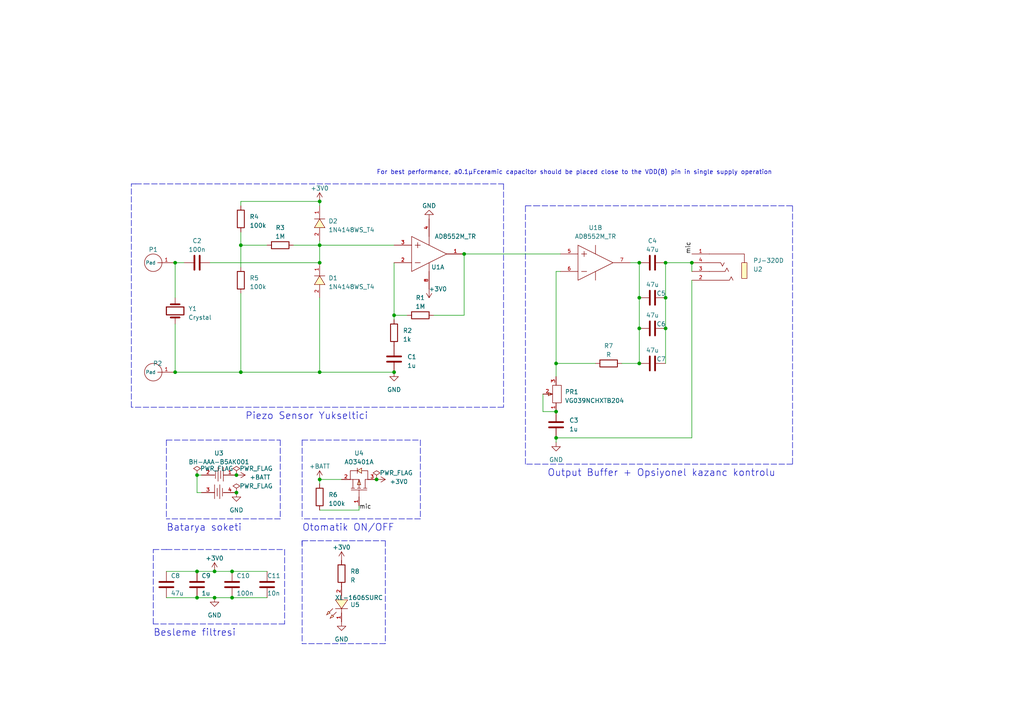
<source format=kicad_sch>
(kicad_sch (version 20230121) (generator eeschema)
  (paper "A4")
  (lib_symbols
    (symbol "1N4148WS_T4:1N4148WS_T4" (pin_names hide)
      (property "Reference" "D" (at 0 1.27 0))
      (property "Value" "1N4148WS_T4" (at 0 -2.54 0))
      (symbol "1N4148WS_T4_0_1"
        (polyline (pts (xy -1.27 -1.524) (xy -1.27 1.524)))
        (polyline (pts (xy 1.27 1.524) (xy -1.27 0) (xy 1.27 -1.524) (xy 1.27 1.524)) (fill (type background)))
        (pin unspecified line (at -5.08 0 0) (length 3.81) (name "K") (number "1"))
        (pin unspecified line (at 5.08 0 180) (length 3.81) (name "A") (number "2"))
      )
    )
    (symbol "AD8552M_TR:AD8552M_TR" (pin_names hide)
      (property "Reference" "U" (at 0 1.27 0))
      (property "Value" "AD8552M_TR" (at 0 -2.54 0))
      (symbol "AD8552M_TR_1_1"
        (polyline (pts (xy -4.064 -2.54) (xy -2.54 -2.54)))
        (polyline (pts (xy -4.064 2.54) (xy -2.54 2.54)))
        (polyline (pts (xy -3.302 -1.778) (xy -3.302 -3.302)))
        (polyline (pts (xy 0 -2.54) (xy 0 -5.08)))
        (polyline (pts (xy 0 5.08) (xy 0 2.54)))
        (polyline (pts (xy -5.08 -5.08) (xy 5.08 0) (xy -5.08 5.08) (xy -5.08 -5.08)))
        (pin output line (at 10.16 0 180) (length 5.08) (name "OUTA") (number "1"))
        (pin unspecified line (at -10.16 2.54 0) (length 5.08) (name "INA-") (number "2"))
        (pin unspecified line (at -10.16 -2.54 0) (length 5.08) (name "INA+") (number "3"))
        (pin power_in line (at 0 -10.16 90) (length 5.08) (name "VSS") (number "4"))
        (pin power_in line (at 0 10.16 270) (length 5.08) (name "VDD") (number "8"))
      )
      (symbol "AD8552M_TR_2_1"
        (polyline (pts (xy -4.064 -2.54) (xy -2.54 -2.54)))
        (polyline (pts (xy -4.064 2.54) (xy -2.54 2.54)))
        (polyline (pts (xy -3.302 -1.778) (xy -3.302 -3.302)))
        (polyline (pts (xy 0 -2.54) (xy 0 -5.08)))
        (polyline (pts (xy 0 5.08) (xy 0 2.54)))
        (polyline (pts (xy -5.08 -5.08) (xy 5.08 0) (xy -5.08 5.08) (xy -5.08 -5.08)))
        (pin unspecified line (at -10.16 -2.54 0) (length 5.08) (name "INB+") (number "5"))
        (pin unspecified line (at -10.16 2.54 0) (length 5.08) (name "INB-") (number "6"))
        (pin output line (at 10.16 0 180) (length 5.08) (name "OUTB") (number "7"))
      )
    )
    (symbol "AO3401A:AO3401A" (pin_names hide)
      (property "Reference" "U" (at 0 1.27 0))
      (property "Value" "AO3401A" (at 0 -2.54 0))
      (symbol "AO3401A_0_1"
        (polyline (pts (xy -2.54 0) (xy -0.508 0)))
        (polyline (pts (xy -0.508 2.286) (xy -0.508 -2.286)))
        (polyline (pts (xy 0 -2.286) (xy 0 -1.27)))
        (polyline (pts (xy 0 -0.508) (xy 0 0.508)))
        (polyline (pts (xy 0 1.27) (xy 0 2.286)))
        (polyline (pts (xy 2.54 -1.778) (xy 0 -1.778)))
        (polyline (pts (xy 2.54 1.778) (xy 0 1.778)))
        (polyline (pts (xy 0 0) (xy 2.54 0) (xy 2.54 -2.54)))
        (polyline (pts (xy 2.54 -2.54) (xy 5.08 -2.54) (xy 5.08 -0.508)))
        (polyline (pts (xy 2.54 0) (xy 1.016 0.508) (xy 1.016 -0.508) (xy 2.54 0)) (fill (type background)))
        (polyline (pts (xy 2.54 1.778) (xy 2.54 2.54) (xy 5.08 2.54) (xy 5.08 0.762)))
        (polyline (pts (xy 5.08 -0.508) (xy 5.842 0.762) (xy 4.318 0.762) (xy 5.08 -0.508)) (fill (type background)))
        (polyline (pts (xy 5.842 -0.508) (xy 5.588 -0.508) (xy 4.572 -0.508) (xy 4.318 -0.508)))
        (pin unspecified line (at -5.08 0 0) (length 2.54) (name "G") (number "1"))
        (pin unspecified line (at 2.54 -5.08 90) (length 2.54) (name "S") (number "2"))
        (pin unspecified line (at 2.54 5.08 270) (length 2.54) (name "D") (number "3"))
      )
    )
    (symbol "BH-AAA-B5AK001:BH-AAA-B5AK001" (pin_names hide)
      (property "Reference" "U" (at 0 1.27 0))
      (property "Value" "BH-AAA-B5AK001" (at 0 -2.54 0))
      (symbol "BH-AAA-B5AK001_0_1"
        (polyline (pts (xy -1.27 -0.254) (xy -1.27 -4.318)))
        (polyline (pts (xy -1.016 3.81) (xy -1.016 1.524)))
        (polyline (pts (xy -0.508 -1.27) (xy -0.508 -3.556)))
        (polyline (pts (xy -0.254 4.826) (xy -0.254 0.762)))
        (polyline (pts (xy 0.254 -0.254) (xy 0.254 -4.318)))
        (polyline (pts (xy 0.508 3.81) (xy 0.508 1.524)))
        (polyline (pts (xy 1.016 -1.27) (xy 1.016 -3.556)))
        (polyline (pts (xy 1.27 4.826) (xy 1.27 0.762)))
        (pin input line (at 5.08 2.54 180) (length 3.81) (name "1") (number "1"))
        (pin input line (at -5.08 2.54 0) (length 3.81) (name "2") (number "2"))
        (pin input line (at -5.08 -2.54 0) (length 3.81) (name "3") (number "3"))
        (pin input line (at 5.08 -2.54 180) (length 3.81) (name "4") (number "4"))
      )
    )
    (symbol "Connector:PAD"
      (property "Reference" "P" (at 0 1.27 0))
      (symbol "PAD_0_1"
        (circle (center 6.35 0) (radius 2.54))
      )
      (symbol "PAD_1_1"
        (pin input line (at 0 0 0) (length 5.08) (name "Pad") (number "1"))
      )
    )
    (symbol "Device:C" (pin_numbers hide) (pin_names (offset 0.254))
      (property "Reference" "C" (at 0.635 2.54 0))
      (property "Value" "C" (at 0.635 -2.54 0))
      (symbol "C_0_1"
        (polyline (pts (xy -2.032 -0.762) (xy 2.032 -0.762)) (stroke (width 0.508)))
        (polyline (pts (xy -2.032 0.762) (xy 2.032 0.762)) (stroke (width 0.508)))
      )
      (symbol "C_1_1"
        (pin passive line (at 0 3.81 270) (length 2.794) (name "~") (number "1"))
        (pin passive line (at 0 -3.81 90) (length 2.794) (name "~") (number "2"))
      )
    )
    (symbol "Device:Crystal" (pin_numbers hide) (pin_names (offset 1.016) hide)
      (property "Reference" "Y" (at 0 3.81 0))
      (property "Value" "Crystal" (at 0 -3.81 0))
      (symbol "Crystal_0_1"
        (rectangle (start -1.143 2.54) (end 1.143 -2.54) (stroke (width 0.3048)))
        (polyline (pts (xy -2.54 0) (xy -1.905 0)))
        (polyline (pts (xy -1.905 -1.27) (xy -1.905 1.27)) (stroke (width 0.508)))
        (polyline (pts (xy 1.905 -1.27) (xy 1.905 1.27)) (stroke (width 0.508)))
        (polyline (pts (xy 2.54 0) (xy 1.905 0)))
      )
      (symbol "Crystal_1_1"
        (pin passive line (at -3.81 0 0) (length 1.27) (name "1") (number "1"))
        (pin passive line (at 3.81 0 180) (length 1.27) (name "2") (number "2"))
      )
    )
    (symbol "Device:R" (pin_numbers hide) (pin_names (offset 0))
      (property "Reference" "R" (at 2.032 0 90))
      (property "Value" "R" (at 0 0 90))
      (symbol "R_0_1"
        (rectangle (start -1.016 -2.54) (end 1.016 2.54) (stroke (width 0.254)))
      )
      (symbol "R_1_1"
        (pin passive line (at 0 3.81 270) (length 1.27) (name "~") (number "1"))
        (pin passive line (at 0 -3.81 90) (length 1.27) (name "~") (number "2"))
      )
    )
    (symbol "PJ-320D:PJ-320D" (pin_names hide)
      (property "Reference" "U" (at 0 1.27 0))
      (property "Value" "PJ-320D" (at 0 -2.54 0))
      (symbol "PJ-320D_0_1"
        (rectangle (start -10.922 0) (end -9.398 -4.572) (fill (type background)))
        (polyline (pts (xy 0 2.54) (xy -10.16 2.54) (xy -10.16 0)))
        (polyline (pts (xy 0 -5.08) (xy -5.842 -5.08) (xy -6.35 -4.064) (xy -6.858 -5.08)))
        (polyline (pts (xy 0 -2.54) (xy -4.572 -2.54) (xy -5.08 -1.524) (xy -5.588 -2.54)))
        (polyline (pts (xy 1.016 0) (xy -3.302 0) (xy -3.81 -1.016) (xy -4.318 0)))
        (pin unspecified line (at 5.08 2.54 180) (length 5.08) (name "1") (number "1"))
        (pin unspecified line (at 5.08 -5.08 180) (length 5.08) (name "2") (number "2"))
        (pin unspecified line (at 5.08 -2.54 180) (length 5.08) (name "3") (number "3"))
        (pin unspecified line (at 5.08 0 180) (length 5.08) (name "4") (number "4"))
      )
    )
    (symbol "VG039NCHXTB204:VG039NCHXTB204" (pin_names hide)
      (property "Reference" "PR" (at 0 1.27 0))
      (property "Value" "VG039NCHXTB204" (at 0 -2.54 0))
      (symbol "VG039NCHXTB204_0_1"
        (polyline (pts (xy -0.254 0) (xy -1.524 0)))
        (polyline (pts (xy 0.254 0) (xy -1.016 0.508) (xy -1.016 -0.508) (xy 0.254 0)) (fill (type background)))
        (polyline (pts (xy 0.254 2.54) (xy 0.254 -2.54) (xy 2.794 -2.54) (xy 2.794 2.54) (xy 0.254 2.54)))
        (pin input line (at 1.27 -5.08 90) (length 2.54) (name "1") (number "1"))
        (pin input line (at -2.54 0 0) (length 2.54) (name "2") (number "2"))
        (pin input line (at 1.27 5.08 270) (length 2.54) (name "3") (number "3"))
      )
    )
    (symbol "XL-1606SURC:XL-1606SURC" (pin_names hide)
      (property "Reference" "U" (at 0 1.27 0))
      (property "Value" "XL-1606SURC" (at 0 -2.54 0))
      (symbol "XL-1606SURC_0_1"
        (polyline (pts (xy -2.286 1.524) (xy -3.302 2.54)))
        (polyline (pts (xy -1.27 0) (xy -2.54 0)))
        (polyline (pts (xy -1.27 1.778) (xy -1.27 -1.778)))
        (polyline (pts (xy -1.27 2.54) (xy -2.286 3.556)))
        (polyline (pts (xy 2.54 0) (xy 1.27 0)))
        (polyline (pts (xy -4.064 3.302) (xy -3.048 2.794) (xy -3.556 2.286) (xy -4.064 3.302)) (fill (type background)))
        (polyline (pts (xy -3.048 4.318) (xy -2.032 3.81) (xy -2.54 3.302) (xy -3.048 4.318)) (fill (type background)))
        (polyline (pts (xy 1.27 1.778) (xy -1.27 0) (xy 1.27 -1.778) (xy 1.27 1.778)) (fill (type background)))
        (pin unspecified line (at -5.08 0 0) (length 2.54) (name "K") (number "1"))
        (pin unspecified line (at 5.08 0 180) (length 2.54) (name "A") (number "2"))
      )
    )
    (symbol "power:+3V0" (power) (pin_names (offset 0))
      (property "Value" "+3V0" (at 0 3.556 0))
      (symbol "+3V0_0_1"
        (polyline (pts (xy -0.762 1.27) (xy 0 2.54)))
        (polyline (pts (xy 0 0) (xy 0 2.54)))
        (polyline (pts (xy 0 2.54) (xy 0.762 1.27)))
      )
      (symbol "+3V0_1_1"
        (pin power_in line (at 0 0 90) (length 0) hide (name "+3V0") (number "1"))
      )
    )
    (symbol "power:+BATT" (power) (pin_names (offset 0))
      (property "Value" "+BATT" (at 0 3.556 0))
      (symbol "+BATT_0_1"
        (polyline (pts (xy -0.762 1.27) (xy 0 2.54)))
        (polyline (pts (xy 0 0) (xy 0 2.54)))
        (polyline (pts (xy 0 2.54) (xy 0.762 1.27)))
      )
      (symbol "+BATT_1_1"
        (pin power_in line (at 0 0 90) (length 0) hide (name "+BATT") (number "1"))
      )
    )
    (symbol "power:GND" (power) (pin_names (offset 0))
      (property "Value" "GND" (at 0 -3.81 0))
      (symbol "GND_0_1"
        (polyline (pts (xy 0 0) (xy 0 -1.27) (xy 1.27 -1.27) (xy 0 -2.54) (xy -1.27 -1.27) (xy 0 -1.27)))
      )
      (symbol "GND_1_1"
        (pin power_in line (at 0 0 270) (length 0) hide (name "GND") (number "1"))
      )
    )
    (symbol "power:PWR_FLAG" (power) (pin_numbers hide) (pin_names (offset 0) hide)
      (property "Value" "PWR_FLAG" (at 0 3.81 0))
      (symbol "PWR_FLAG_0_0"
        (pin power_out line (at 0 0 90) (length 0) (name "pwr") (number "1"))
      )
      (symbol "PWR_FLAG_0_1"
        (polyline (pts (xy 0 0) (xy 0 1.27) (xy -1.016 1.905) (xy 0 2.54) (xy 1.016 1.905) (xy 0 1.27)))
      )
    )
  )
  (junction (at 185.42 86.36))
  (junction (at 134.62 73.66))
  (junction (at 185.42 76.2))
  (junction (at 50.8 76.2))
  (junction (at 68.58 137.795))
  (junction (at 92.71 107.95))
  (junction (at 57.15 165.735))
  (junction (at 92.71 58.42))
  (junction (at 57.15 173.355))
  (junction (at 161.29 119.38))
  (junction (at 193.04 95.25))
  (junction (at 50.8 107.95))
  (junction (at 69.85 107.95))
  (junction (at 92.71 71.12))
  (junction (at 92.71 76.2))
  (junction (at 185.42 105.41))
  (junction (at 200.66 76.2))
  (junction (at 67.31 173.355))
  (junction (at 62.23 173.355))
  (junction (at 114.3 91.44))
  (junction (at 69.85 71.12))
  (junction (at 68.58 142.875))
  (junction (at 67.31 165.735))
  (junction (at 57.15 137.795))
  (junction (at 193.04 86.36))
  (junction (at 161.29 127))
  (junction (at 92.71 139.065))
  (junction (at 193.04 76.2))
  (junction (at 109.22 139.065))
  (junction (at 62.23 165.735))
  (junction (at 114.3 107.95))
  (junction (at 161.29 105.41))
  (junction (at 185.42 95.25))
  (wire (pts (xy 161.29 105.41) (xy 161.29 109.22)))
  (wire (pts (xy 69.85 58.42) (xy 92.71 58.42)))
  (wire (pts (xy 92.71 58.42) (xy 92.71 59.69)))
  (wire (pts (xy 104.14 146.685) (xy 104.14 147.955)))
  (polyline (pts (xy 87.63 127.635) (xy 87.63 150.495)) (stroke (width 0) (type dash)))
  (polyline (pts (xy 152.4 134.62) (xy 152.4 59.69)) (stroke (width 0) (type dash)))
  (wire (pts (xy 92.71 71.12) (xy 114.3 71.12)))
  (wire (pts (xy 62.23 173.355) (xy 67.31 173.355)))
  (polyline (pts (xy 154.94 59.69) (xy 229.87 59.69)) (stroke (width 0) (type dash)))
  (wire (pts (xy 185.42 86.36) (xy 185.42 95.25)))
  (wire (pts (xy 200.66 81.28) (xy 200.66 127)))
  (wire (pts (xy 69.85 58.42) (xy 69.85 59.69)))
  (wire (pts (xy 104.14 147.955) (xy 92.71 147.955)))
  (wire (pts (xy 92.71 107.95) (xy 69.85 107.95)))
  (wire (pts (xy 50.8 76.2) (xy 53.34 76.2)))
  (wire (pts (xy 67.31 173.355) (xy 77.47 173.355)))
  (wire (pts (xy 92.71 69.85) (xy 92.71 71.12)))
  (wire (pts (xy 134.62 73.66) (xy 162.56 73.66)))
  (wire (pts (xy 161.29 119.38) (xy 157.48 119.38)))
  (polyline (pts (xy 146.05 118.11) (xy 38.1 118.11)) (stroke (width 0) (type dash)))
  (wire (pts (xy 57.15 142.875) (xy 58.42 142.875)))
  (wire (pts (xy 185.42 95.25) (xy 185.42 105.41)))
  (wire (pts (xy 161.29 78.74) (xy 162.56 78.74)))
  (wire (pts (xy 85.09 71.12) (xy 92.71 71.12)))
  (polyline (pts (xy 111.76 186.69) (xy 87.63 186.69)) (stroke (width 0) (type dash)))
  (polyline (pts (xy 87.63 127.635) (xy 121.92 127.635)) (stroke (width 0) (type dash)))
  (polyline (pts (xy 121.92 127.635) (xy 121.92 150.495)) (stroke (width 0) (type dash)))
  (wire (pts (xy 92.71 71.12) (xy 92.71 76.2)))
  (wire (pts (xy 193.04 76.2) (xy 200.66 76.2)))
  (wire (pts (xy 182.88 76.2) (xy 185.42 76.2)))
  (polyline (pts (xy 152.4 59.69) (xy 154.94 59.69)) (stroke (width 0) (type dash)))
  (polyline (pts (xy 87.63 156.845) (xy 87.63 186.69)) (stroke (width 0) (type dash)))
  (polyline (pts (xy 48.26 127.635) (xy 48.26 150.495)) (stroke (width 0) (type dash)))
  (wire (pts (xy 193.04 76.2) (xy 193.04 86.36)))
  (polyline (pts (xy 44.45 180.975) (xy 44.45 159.385)) (stroke (width 0) (type dash)))
  (wire (pts (xy 50.8 107.95) (xy 69.85 107.95)))
  (polyline (pts (xy 38.1 118.11) (xy 38.1 53.34)) (stroke (width 0) (type dash)))
  (wire (pts (xy 114.3 91.44) (xy 118.11 91.44)))
  (wire (pts (xy 69.85 71.12) (xy 77.47 71.12)))
  (wire (pts (xy 69.85 71.12) (xy 69.85 77.47)))
  (wire (pts (xy 161.29 78.74) (xy 161.29 105.41)))
  (polyline (pts (xy 81.28 150.495) (xy 48.26 150.495)) (stroke (width 0) (type dash)))
  (wire (pts (xy 161.29 127) (xy 200.66 127)))
  (wire (pts (xy 57.15 165.735) (xy 62.23 165.735)))
  (wire (pts (xy 69.85 107.95) (xy 69.85 85.09)))
  (wire (pts (xy 62.23 165.735) (xy 67.31 165.735)))
  (wire (pts (xy 92.71 139.065) (xy 99.06 139.065)))
  (wire (pts (xy 157.48 114.3) (xy 157.48 119.38)))
  (wire (pts (xy 134.62 73.66) (xy 134.62 91.44)))
  (polyline (pts (xy 121.92 150.495) (xy 87.63 150.495)) (stroke (width 0) (type dash)))
  (wire (pts (xy 58.42 137.795) (xy 57.15 137.795)))
  (polyline (pts (xy 87.63 158.115) (xy 87.63 156.845)) (stroke (width 0) (type dash)))
  (wire (pts (xy 50.8 76.2) (xy 50.8 86.36)))
  (wire (pts (xy 48.26 173.355) (xy 57.15 173.355)))
  (wire (pts (xy 180.34 105.41) (xy 185.42 105.41)))
  (polyline (pts (xy 229.87 134.62) (xy 152.4 134.62)) (stroke (width 0) (type dash)))
  (wire (pts (xy 92.71 140.335) (xy 92.71 139.065)))
  (wire (pts (xy 57.15 173.355) (xy 62.23 173.355)))
  (polyline (pts (xy 81.28 127.635) (xy 81.28 150.495)) (stroke (width 0) (type dash)))
  (polyline (pts (xy 38.1 53.34) (xy 39.37 53.34)) (stroke (width 0) (type dash)))
  (polyline (pts (xy 82.55 180.975) (xy 44.45 180.975)) (stroke (width 0) (type dash)))
  (wire (pts (xy 60.96 76.2) (xy 92.71 76.2)))
  (polyline (pts (xy 44.45 159.385) (xy 48.26 159.385)) (stroke (width 0) (type dash)))
  (wire (pts (xy 50.8 93.98) (xy 50.8 107.95)))
  (wire (pts (xy 161.29 127) (xy 161.29 128.27)))
  (polyline (pts (xy 39.37 53.34) (xy 146.05 53.34)) (stroke (width 0) (type dash)))
  (wire (pts (xy 48.26 165.735) (xy 57.15 165.735)))
  (wire (pts (xy 193.04 95.25) (xy 193.04 105.41)))
  (wire (pts (xy 114.3 107.95) (xy 92.71 107.95)))
  (wire (pts (xy 185.42 76.2) (xy 185.42 86.36)))
  (polyline (pts (xy 146.05 53.34) (xy 146.05 118.11)) (stroke (width 0) (type dash)))
  (wire (pts (xy 67.31 165.735) (xy 77.47 165.735)))
  (polyline (pts (xy 48.26 127.635) (xy 81.28 127.635)) (stroke (width 0) (type dash)))
  (polyline (pts (xy 48.26 159.385) (xy 82.55 159.385)) (stroke (width 0) (type dash)))
  (wire (pts (xy 114.3 76.2) (xy 114.3 91.44)))
  (wire (pts (xy 193.04 86.36) (xy 193.04 95.25)))
  (wire (pts (xy 161.29 105.41) (xy 172.72 105.41)))
  (polyline (pts (xy 87.63 156.845) (xy 111.76 156.845)) (stroke (width 0) (type dash)))
  (wire (pts (xy 69.85 67.31) (xy 69.85 71.12)))
  (wire (pts (xy 92.71 107.95) (xy 92.71 86.36)))
  (polyline (pts (xy 82.55 159.385) (xy 82.55 180.975)) (stroke (width 0) (type dash)))
  (polyline (pts (xy 111.76 156.845) (xy 111.76 186.69)) (stroke (width 0) (type dash)))
  (wire (pts (xy 134.62 91.44) (xy 125.73 91.44)))
  (wire (pts (xy 57.15 137.795) (xy 57.15 142.875)))
  (wire (pts (xy 114.3 91.44) (xy 114.3 92.71)))
  (wire (pts (xy 200.66 76.2) (xy 200.66 78.74)))
  (polyline (pts (xy 229.87 59.69) (xy 229.87 134.62)) (stroke (width 0) (type dash)))
  (text "Output Buffer + Opsiyonel kazanc kontrolu" (at 158.75 138.43 0) (effects (font (size 2 2)) (justify left bottom)))
  (text "For best performance, a0.1µFceramic capacitor should be placed close to the VDD(8) pin in single supply operation" (at 109.22 50.8 0) (effects (font (size 1.27 1.27)) (justify left bottom)))
  (text "Besleme filtresi" (at 44.45 184.785 0) (effects (font (size 2 2)) (justify left bottom)))
  (text "Piezo Sensor Yukseltici" (at 71.12 121.92 0) (effects (font (size 2 2)) (justify left bottom)))
  (text "Otomatik ON/OFF" (at 87.63 154.305 0) (effects (font (size 2 2)) (justify left bottom)))
  (text "Batarya soketi\n" (at 48.26 154.305 0) (effects (font (size 2 2)) (justify left bottom)))
  (label "mic" (at 200.66 73.66 90))
  (label "mic" (at 104.14 147.955 0))
  (symbol (lib_id "Device:R") (at 81.28 71.12 90) (unit 1)
    (property "Reference" "R3" (at 81.28 66.04 90))
    (property "Value" "1M" (at 81.28 68.58 90))
    (property "Footprint" "Capacitor_SMD:C_0805_2012Metric_Pad1.18x1.45mm_HandSolder" (effects hide))
  )
  (symbol (lib_id "Device:R") (at 114.3 96.52 0) (unit 1)
    (property "Reference" "R2" (at 116.84 95.885 0) (effects (justify left)))
    (property "Value" "1k" (at 116.84 98.425 0) (effects (justify left)))
    (property "Footprint" "Resistor_SMD:R_0603_1608Metric_Pad0.98x0.95mm_HandSolder" (effects hide))
  )
  (symbol (lib_id "XL-1606SURC:XL-1606SURC") (at 99.06 175.26 90) (unit 1)
    (property "Reference" "U5" (at 101.6 175.387 90) (effects (justify right)))
    (property "Value" "XL-1606SURC" (at 97.155 173.355 90) (effects (justify right)))
    (property "Footprint" "footprint:LED-SMD_L1.7-W1.1-RD_RED-SIDE" (effects hide))
    (property "Datasheet" "https://atta.szlcsc.com/upload/public/pdf/source/20180912/C273612_056A1F765313B45E4589BAE6BC4995C1.pdf" (effects hide))
    (property "LCSC" "C965860" (effects hide))
  )
  (symbol (lib_id "power:GND") (at 68.58 142.875 0) (unit 1)
    (property "Reference" "#PWR04" (effects hide))
    (property "Value" "GND" (at 68.58 147.955 0))
  )
  (symbol (lib_id "PJ-320D:PJ-320D") (at 205.74 76.2 0) (mirror y) (unit 1)
    (property "Reference" "U2" (at 218.44 78.105 0) (effects (justify right)))
    (property "Value" "PJ-320D" (at 218.44 75.565 0) (effects (justify right)))
    (property "Footprint" "footprint:AUDIO-SMD_PJ-320D" (effects hide))
    (property "Datasheet" "https://item.szlcsc.com/427892.html" (effects hide))
    (property "LCSC" "C431535" (effects hide))
  )
  (symbol (lib_id "power:+3V0") (at 124.46 83.82 180) (unit 1)
    (property "Reference" "#PWR06" (effects hide))
    (property "Value" "+3V0" (at 127 83.82 0))
  )
  (symbol (lib_id "Device:R") (at 121.92 91.44 90) (unit 1)
    (property "Reference" "R1" (at 121.92 86.36 90))
    (property "Value" "1M" (at 121.92 88.9 90))
    (property "Footprint" "Capacitor_SMD:C_0603_1608Metric_Pad1.08x0.95mm_HandSolder" (effects hide))
  )
  (symbol (lib_id "power:PWR_FLAG") (at 57.15 137.795 0) (unit 1)
    (property "Reference" "#FLG04" (effects hide))
    (property "Value" "PWR_FLAG" (at 62.865 135.89 0))
  )
  (symbol (lib_id "Device:C") (at 189.23 76.2 90) (unit 1)
    (property "Reference" "C4" (at 189.23 69.85 90))
    (property "Value" "47u" (at 189.23 72.39 90))
    (property "Footprint" "Capacitor_SMD:C_0805_2012Metric_Pad1.18x1.45mm_HandSolder" (effects hide))
  )
  (symbol (lib_id "Device:C") (at 189.23 95.25 90) (unit 1)
    (property "Reference" "C6" (at 191.77 93.98 90))
    (property "Value" "47u" (at 189.23 91.44 90))
    (property "Footprint" "Capacitor_SMD:C_0805_2012Metric_Pad1.18x1.45mm_HandSolder" (effects hide))
  )
  (symbol (lib_id "BH-AAA-B5AK001:BH-AAA-B5AK001") (at 63.5 140.335 0) (unit 1)
    (property "Reference" "U3" (at 63.5 131.445 0))
    (property "Value" "BH-AAA-B5AK001" (at 63.5 133.985 0))
    (property "Footprint" "footprint:BAT-SMD_BH-AAA-B5AA001" (effects hide))
    (property "Datasheet" "https://item.szlcsc.com/1049847.html" (effects hide))
    (property "LCSC" "C964882" (effects hide))
  )
  (symbol (lib_id "Device:C") (at 57.15 76.2 90) (unit 1)
    (property "Reference" "C2" (at 57.15 69.85 90))
    (property "Value" "100n" (at 57.15 72.39 90))
    (property "Footprint" "Capacitor_SMD:C_0603_1608Metric_Pad1.08x0.95mm_HandSolder" (effects hide))
  )
  (symbol (lib_id "power:+3V0") (at 62.23 165.735 0) (unit 1)
    (property "Reference" "#PWR011" (effects hide))
    (property "Value" "+3V0" (at 62.23 161.925 0))
  )
  (symbol (lib_id "power:GND") (at 62.23 173.355 0) (unit 1)
    (property "Reference" "#PWR010" (effects hide))
    (property "Value" "GND" (at 62.23 178.435 0))
  )
  (symbol (lib_id "Connector:PAD") (at 50.8 76.2 180) (unit 1)
    (property "Reference" "P1" (at 44.45 72.39 0))
    (property "Value" "~" (at 50.8 76.2 0))
    (property "Footprint" "Connector:PAD" (effects hide))
  )
  (symbol (lib_id "AO3401A:AO3401A") (at 104.14 141.605 270) (mirror x) (unit 1)
    (property "Reference" "U4" (at 104.14 131.445 90))
    (property "Value" "AO3401A" (at 104.14 133.985 90))
    (property "Footprint" "footprint:SOT-23_L2.9-W1.3-P1.90-LS2.4-BR" (effects hide))
    (property "Datasheet" "https://item.szlcsc.com/236142.html" (effects hide))
    (property "LCSC" "C15127" (effects hide))
  )
  (symbol (lib_id "Device:C") (at 189.23 105.41 270) (unit 1)
    (property "Reference" "C7" (at 191.77 104.14 90))
    (property "Value" "47u" (at 189.23 101.6 90))
    (property "Footprint" "Capacitor_SMD:C_0805_2012Metric_Pad1.18x1.45mm_HandSolder" (effects hide))
  )
  (symbol (lib_id "power:+3V0") (at 99.06 162.56 0) (unit 1)
    (property "Reference" "#PWR012" (effects hide))
    (property "Value" "+3V0" (at 99.06 158.75 0))
  )
  (symbol (lib_id "power:PWR_FLAG") (at 68.58 142.875 0) (unit 1)
    (property "Reference" "#FLG03" (effects hide))
    (property "Value" "PWR_FLAG" (at 74.295 140.97 0))
  )
  (symbol (lib_id "Device:C") (at 114.3 104.14 0) (unit 1)
    (property "Reference" "C1" (at 118.11 103.505 0) (effects (justify left)))
    (property "Value" "1u" (at 118.11 106.045 0) (effects (justify left)))
    (property "Footprint" "Capacitor_SMD:C_0603_1608Metric_Pad1.08x0.95mm_HandSolder" (effects hide))
  )
  (symbol (lib_id "Device:R") (at 176.53 105.41 90) (unit 1)
    (property "Reference" "R7" (at 176.53 100.33 90))
    (property "Value" "R" (at 176.53 102.87 90))
    (property "Footprint" "Resistor_SMD:R_0603_1608Metric_Pad0.98x0.95mm_HandSolder" (effects hide))
  )
  (symbol (lib_id "power:+3V0") (at 109.22 139.065 270) (unit 1)
    (property "Reference" "#PWR08" (effects hide))
    (property "Value" "+3V0" (at 113.03 139.7 90) (effects (justify left)))
  )
  (symbol (lib_id "power:PWR_FLAG") (at 109.22 139.065 0) (unit 1)
    (property "Reference" "#FLG01" (effects hide))
    (property "Value" "PWR_FLAG" (at 114.935 137.16 0))
  )
  (symbol (lib_id "power:+BATT") (at 92.71 139.065 0) (unit 1)
    (property "Reference" "#PWR09" (effects hide))
    (property "Value" "+BATT" (at 92.71 135.255 0))
  )
  (symbol (lib_id "power:PWR_FLAG") (at 68.58 137.795 0) (unit 1)
    (property "Reference" "#FLG02" (effects hide))
    (property "Value" "PWR_FLAG" (at 74.295 135.89 0))
  )
  (symbol (lib_id "1N4148WS_T4:1N4148WS_T4") (at 92.71 64.77 270) (unit 1)
    (property "Reference" "D2" (at 95.25 64.135 90) (effects (justify left)))
    (property "Value" "1N4148WS_T4" (at 95.25 66.675 90) (effects (justify left)))
    (property "Footprint" "footprint:SOD-323_L1.8-W1.3-LS2.5-RD" (effects hide))
    (property "Datasheet" "https://item.szlcsc.com/295156.html" (effects hide))
    (property "LCSC" "C2128" (effects hide))
  )
  (symbol (lib_id "Device:C") (at 67.31 169.545 0) (unit 1)
    (property "Reference" "C10" (at 68.58 167.005 0) (effects (justify left)))
    (property "Value" "100n" (at 68.58 172.085 0) (effects (justify left)))
    (property "Footprint" "Capacitor_SMD:C_0603_1608Metric_Pad1.08x0.95mm_HandSolder" (effects hide))
  )
  (symbol (lib_id "Device:C") (at 57.15 169.545 0) (unit 1)
    (property "Reference" "C9" (at 58.42 167.005 0) (effects (justify left)))
    (property "Value" "1u" (at 58.42 172.085 0) (effects (justify left)))
    (property "Footprint" "Capacitor_SMD:C_0603_1608Metric_Pad1.08x0.95mm_HandSolder" (effects hide))
  )
  (symbol (lib_id "power:GND") (at 114.3 107.95 0) (unit 1)
    (property "Reference" "#PWR01" (effects hide))
    (property "Value" "GND" (at 114.3 113.03 0))
  )
  (symbol (lib_id "power:GND") (at 99.06 180.34 0) (unit 1)
    (property "Reference" "#PWR013" (effects hide))
    (property "Value" "GND" (at 99.06 185.42 0))
  )
  (symbol (lib_id "VG039NCHXTB204:VG039NCHXTB204") (at 160.02 114.3 0) (unit 1)
    (property "Reference" "PR1" (at 163.83 113.665 0) (effects (justify left)))
    (property "Value" "VG039NCHXTB204" (at 163.83 116.205 0) (effects (justify left)))
    (property "Footprint" "footprint:RES-ADJ-SMD_VG039NCH" (effects hide))
    (property "Datasheet" "https://item.szlcsc.com/139841.html" (effects hide))
    (property "LCSC" "C128551" (effects hide))
    (property "Resistance" "200kΩ" (effects hide))
  )
  (symbol (lib_id "Device:R") (at 92.71 144.145 0) (unit 1)
    (property "Reference" "R6" (at 95.25 143.51 0) (effects (justify left)))
    (property "Value" "100k" (at 95.25 146.05 0) (effects (justify left)))
    (property "Footprint" "Resistor_SMD:R_0603_1608Metric_Pad0.98x0.95mm_HandSolder" (effects hide))
  )
  (symbol (lib_id "AD8552M_TR:AD8552M_TR") (at 172.72 76.2 0) (mirror x) (unit 2)
    (property "Reference" "U1" (at 172.72 66.04 0))
    (property "Value" "AD8552M_TR" (at 172.72 68.58 0))
    (property "Footprint" "footprint:SOP-8_L4.9-W3.9-P1.27-LS6.0-BL" (effects hide))
    (property "Datasheet" "https://item.szlcsc.com/383602.html" (effects hide))
    (property "LCSC" "C356702" (effects hide))
  )
  (symbol (lib_id "power:+3V0") (at 92.71 58.42 0) (unit 1)
    (property "Reference" "#PWR05" (effects hide))
    (property "Value" "+3V0" (at 92.71 54.61 0))
  )
  (symbol (lib_id "power:GND") (at 161.29 128.27 0) (unit 1)
    (property "Reference" "#PWR02" (effects hide))
    (property "Value" "GND" (at 161.29 133.35 0))
  )
  (symbol (lib_id "Device:C") (at 161.29 123.19 180) (unit 1)
    (property "Reference" "C3" (at 165.1 121.92 0) (effects (justify right)))
    (property "Value" "1u" (at 165.1 124.46 0) (effects (justify right)))
    (property "Footprint" "Capacitor_SMD:C_0603_1608Metric_Pad1.08x0.95mm_HandSolder" (effects hide))
  )
  (symbol (lib_id "Device:C") (at 189.23 86.36 90) (unit 1)
    (property "Reference" "C5" (at 191.77 85.09 90))
    (property "Value" "47u" (at 189.23 82.55 90))
    (property "Footprint" "Capacitor_SMD:C_0805_2012Metric_Pad1.18x1.45mm_HandSolder" (effects hide))
  )
  (symbol (lib_id "Device:Crystal") (at 50.8 90.17 90) (unit 1)
    (property "Reference" "Y1" (at 54.61 89.535 90) (effects (justify right)))
    (property "Value" "Crystal" (at 54.61 92.075 90) (effects (justify right)))
    (property "Footprint" "Capacitor_SMD:C_0603_1608Metric_Pad1.08x0.95mm_HandSolder" (effects hide))
  )
  (symbol (lib_id "AD8552M_TR:AD8552M_TR") (at 124.46 73.66 0) (mirror x) (unit 1)
    (property "Reference" "U1" (at 127 77.47 0))
    (property "Value" "AD8552M_TR" (at 132.08 68.58 0))
    (property "Footprint" "footprint:SOP-8_L4.9-W3.9-P1.27-LS6.0-BL" (effects hide))
    (property "Datasheet" "https://item.szlcsc.com/383602.html" (effects hide))
    (property "LCSC" "C356702" (effects hide))
  )
  (symbol (lib_id "Device:R") (at 69.85 81.28 0) (unit 1)
    (property "Reference" "R5" (at 72.39 80.645 0) (effects (justify left)))
    (property "Value" "100k" (at 72.39 83.185 0) (effects (justify left)))
    (property "Footprint" "Resistor_SMD:R_0603_1608Metric_Pad0.98x0.95mm_HandSolder" (effects hide))
  )
  (symbol (lib_id "Device:C") (at 48.26 169.545 0) (unit 1)
    (property "Reference" "C8" (at 49.53 167.005 0) (effects (justify left)))
    (property "Value" "47u" (at 49.53 172.085 0) (effects (justify left)))
    (property "Footprint" "Capacitor_SMD:C_0805_2012Metric_Pad1.18x1.45mm_HandSolder" (effects hide))
  )
  (symbol (lib_id "Device:R") (at 69.85 63.5 0) (unit 1)
    (property "Reference" "R4" (at 72.39 62.865 0) (effects (justify left)))
    (property "Value" "100k" (at 72.39 65.405 0) (effects (justify left)))
    (property "Footprint" "Resistor_SMD:R_0603_1608Metric_Pad0.98x0.95mm_HandSolder" (effects hide))
  )
  (symbol (lib_id "1N4148WS_T4:1N4148WS_T4") (at 92.71 81.28 270) (unit 1)
    (property "Reference" "D1" (at 95.25 80.645 90) (effects (justify left)))
    (property "Value" "1N4148WS_T4" (at 95.25 83.185 90) (effects (justify left)))
    (property "Footprint" "footprint:SOD-323_L1.8-W1.3-LS2.5-RD" (effects hide))
    (property "Datasheet" "https://item.szlcsc.com/295156.html" (effects hide))
    (property "LCSC" "C2128" (effects hide))
  )
  (symbol (lib_id "power:GND") (at 124.46 63.5 180) (unit 1)
    (property "Reference" "#PWR07" (effects hide))
    (property "Value" "GND" (at 124.46 59.69 0))
  )
  (symbol (lib_id "Device:C") (at 77.47 169.545 0) (unit 1)
    (property "Reference" "C11" (at 77.47 167.005 0) (effects (justify left)))
    (property "Value" "10n" (at 77.47 172.085 0) (effects (justify left)))
    (property "Footprint" "Capacitor_SMD:C_0603_1608Metric_Pad1.08x0.95mm_HandSolder" (effects hide))
  )
  (symbol (lib_id "Connector:PAD") (at 50.8 107.95 180) (unit 1)
    (property "Reference" "P2" (at 45.72 105.41 0))
    (property "Value" "~" (at 50.8 107.95 0))
    (property "Footprint" "Connector:PAD" (effects hide))
  )
  (symbol (lib_id "power:+BATT") (at 68.58 137.795 270) (unit 1)
    (property "Reference" "#PWR03" (effects hide))
    (property "Value" "+BATT" (at 72.39 138.43 90) (effects (justify left)))
  )
  (symbol (lib_id "Device:R") (at 99.06 166.37 0) (unit 1)
    (property "Reference" "R8" (at 101.6 165.735 0) (effects (justify left)))
    (property "Value" "R" (at 101.6 168.275 0) (effects (justify left)))
    (property "Footprint" "Capacitor_SMD:C_0603_1608Metric_Pad1.08x0.95mm_HandSolder" (effects hide))
  )
)
</source>
